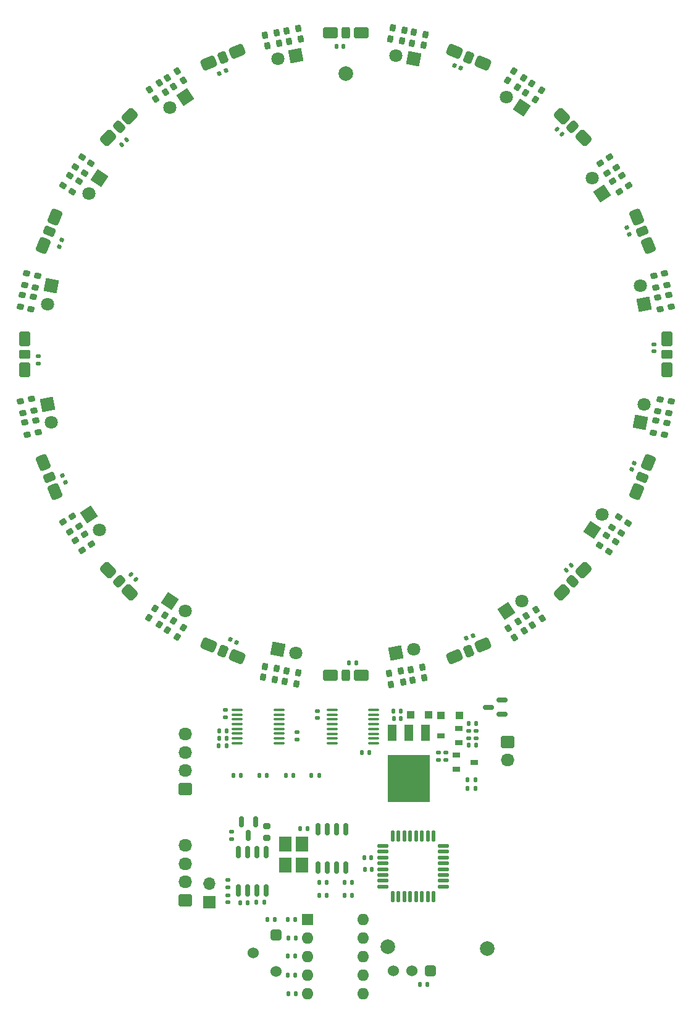
<source format=gbr>
%TF.GenerationSoftware,KiCad,Pcbnew,(6.0.11)*%
%TF.CreationDate,2024-02-10T16:44:09+09:00*%
%TF.ProjectId,IR,49522e6b-6963-4616-945f-706362585858,rev?*%
%TF.SameCoordinates,Original*%
%TF.FileFunction,Soldermask,Bot*%
%TF.FilePolarity,Negative*%
%FSLAX46Y46*%
G04 Gerber Fmt 4.6, Leading zero omitted, Abs format (unit mm)*
G04 Created by KiCad (PCBNEW (6.0.11)) date 2024-02-10 16:44:09*
%MOMM*%
%LPD*%
G01*
G04 APERTURE LIST*
G04 Aperture macros list*
%AMRoundRect*
0 Rectangle with rounded corners*
0 $1 Rounding radius*
0 $2 $3 $4 $5 $6 $7 $8 $9 X,Y pos of 4 corners*
0 Add a 4 corners polygon primitive as box body*
4,1,4,$2,$3,$4,$5,$6,$7,$8,$9,$2,$3,0*
0 Add four circle primitives for the rounded corners*
1,1,$1+$1,$2,$3*
1,1,$1+$1,$4,$5*
1,1,$1+$1,$6,$7*
1,1,$1+$1,$8,$9*
0 Add four rect primitives between the rounded corners*
20,1,$1+$1,$2,$3,$4,$5,0*
20,1,$1+$1,$4,$5,$6,$7,0*
20,1,$1+$1,$6,$7,$8,$9,0*
20,1,$1+$1,$8,$9,$2,$3,0*%
%AMRotRect*
0 Rectangle, with rotation*
0 The origin of the aperture is its center*
0 $1 length*
0 $2 width*
0 $3 Rotation angle, in degrees counterclockwise*
0 Add horizontal line*
21,1,$1,$2,0,0,$3*%
G04 Aperture macros list end*
%ADD10RoundRect,0.400000X0.176777X0.742462X-0.742462X-0.176777X-0.176777X-0.742462X0.742462X0.176777X0*%
%ADD11RoundRect,0.300000X-0.141421X0.565685X-0.565685X0.141421X0.141421X-0.565685X0.565685X-0.141421X0*%
%ADD12RotRect,1.800000X1.800000X33.750000*%
%ADD13C,1.800000*%
%ADD14RotRect,1.800000X1.800000X213.750000*%
%ADD15RoundRect,0.381000X-0.381000X0.381000X-0.381000X-0.381000X0.381000X-0.381000X0.381000X0.381000X0*%
%ADD16C,1.524000*%
%ADD17RotRect,1.800000X1.800000X191.250000*%
%ADD18RotRect,1.800000X1.800000X101.250000*%
%ADD19RotRect,1.800000X1.800000X11.300000*%
%ADD20R,1.600000X1.600000*%
%ADD21O,1.600000X1.600000*%
%ADD22RotRect,1.800000X1.800000X123.750000*%
%ADD23RoundRect,0.400000X-0.176777X-0.742462X0.742462X0.176777X0.176777X0.742462X-0.742462X-0.176777X0*%
%ADD24RoundRect,0.300000X0.141421X-0.565685X0.565685X-0.141421X-0.141421X0.565685X-0.565685X0.141421X0*%
%ADD25RotRect,1.800000X1.800000X326.250000*%
%ADD26RoundRect,0.400000X0.650000X0.400000X-0.650000X0.400000X-0.650000X-0.400000X0.650000X-0.400000X0*%
%ADD27RoundRect,0.300000X0.300000X0.500000X-0.300000X0.500000X-0.300000X-0.500000X0.300000X-0.500000X0*%
%ADD28RotRect,1.800000X1.800000X348.750000*%
%ADD29RotRect,1.800000X1.800000X146.250000*%
%ADD30RotRect,1.800000X1.800000X168.750000*%
%ADD31RotRect,1.800000X1.800000X56.250000*%
%ADD32RoundRect,0.400000X0.742462X-0.176777X-0.176777X0.742462X-0.742462X0.176777X0.176777X-0.742462X0*%
%ADD33RoundRect,0.300000X0.565685X0.141421X0.141421X0.565685X-0.565685X-0.141421X-0.141421X-0.565685X0*%
%ADD34RoundRect,0.400000X0.447448X0.618296X-0.753595X0.120808X-0.447448X-0.618296X0.753595X-0.120808X0*%
%ADD35RoundRect,0.300000X0.085822X0.576745X-0.468506X0.347135X-0.085822X-0.576745X0.468506X-0.347135X0*%
%ADD36RoundRect,0.400000X-0.742462X0.176777X0.176777X-0.742462X0.742462X-0.176777X-0.176777X0.742462X0*%
%ADD37RoundRect,0.300000X-0.565685X-0.141421X-0.141421X-0.565685X0.565685X0.141421X0.141421X0.565685X0*%
%ADD38RotRect,1.800000X1.800000X78.750000*%
%ADD39RoundRect,0.400000X-0.120808X0.753595X-0.618296X-0.447448X0.120808X-0.753595X0.618296X0.447448X0*%
%ADD40RoundRect,0.300000X-0.347135X0.468506X-0.576745X-0.085822X0.347135X-0.468506X0.576745X0.085822X0*%
%ADD41RotRect,1.800000X1.800000X236.250000*%
%ADD42RoundRect,0.400000X0.400000X-0.650000X0.400000X0.650000X-0.400000X0.650000X-0.400000X-0.650000X0*%
%ADD43RoundRect,0.300000X0.500000X-0.300000X0.500000X0.300000X-0.500000X0.300000X-0.500000X-0.300000X0*%
%ADD44RotRect,1.800000X1.800000X281.250000*%
%ADD45RoundRect,0.400000X-0.447448X-0.618296X0.753595X-0.120808X0.447448X0.618296X-0.753595X0.120808X0*%
%ADD46RoundRect,0.300000X-0.085822X-0.576745X0.468506X-0.347135X0.085822X0.576745X-0.468506X0.347135X0*%
%ADD47RotRect,1.800000X1.800000X258.750000*%
%ADD48RoundRect,0.400000X-0.753595X-0.120808X0.447448X-0.618296X0.753595X0.120808X-0.447448X0.618296X0*%
%ADD49RoundRect,0.300000X-0.468506X-0.347135X0.085822X-0.576745X0.468506X0.347135X-0.085822X0.576745X0*%
%ADD50RoundRect,0.400000X-0.400000X0.650000X-0.400000X-0.650000X0.400000X-0.650000X0.400000X0.650000X0*%
%ADD51RoundRect,0.300000X-0.500000X0.300000X-0.500000X-0.300000X0.500000X-0.300000X0.500000X0.300000X0*%
%ADD52RoundRect,0.400000X0.120808X-0.753595X0.618296X0.447448X-0.120808X0.753595X-0.618296X-0.447448X0*%
%ADD53RoundRect,0.300000X0.347135X-0.468506X0.576745X0.085822X-0.347135X0.468506X-0.576745X-0.085822X0*%
%ADD54RoundRect,0.400000X-0.618296X0.447448X-0.120808X-0.753595X0.618296X-0.447448X0.120808X0.753595X0*%
%ADD55RoundRect,0.300000X-0.576745X0.085822X-0.347135X-0.468506X0.576745X-0.085822X0.347135X0.468506X0*%
%ADD56RoundRect,0.400000X-0.650000X-0.400000X0.650000X-0.400000X0.650000X0.400000X-0.650000X0.400000X0*%
%ADD57RoundRect,0.300000X-0.300000X-0.500000X0.300000X-0.500000X0.300000X0.500000X-0.300000X0.500000X0*%
%ADD58RoundRect,0.381000X-0.381000X-0.381000X0.381000X-0.381000X0.381000X0.381000X-0.381000X0.381000X0*%
%ADD59RotRect,1.800000X1.800000X303.750000*%
%ADD60RoundRect,0.400000X0.753595X0.120808X-0.447448X0.618296X-0.753595X-0.120808X0.447448X-0.618296X0*%
%ADD61RoundRect,0.300000X0.468506X0.347135X-0.085822X0.576745X-0.468506X-0.347135X0.085822X-0.576745X0*%
%ADD62R,1.700000X1.700000*%
%ADD63O,1.700000X1.700000*%
%ADD64RoundRect,0.400000X0.618296X-0.447448X0.120808X0.753595X-0.618296X0.447448X-0.120808X-0.753595X0*%
%ADD65RoundRect,0.300000X0.576745X-0.085822X0.347135X0.468506X-0.576745X0.085822X-0.347135X-0.468506X0*%
%ADD66RoundRect,0.140000X0.219203X0.021213X0.021213X0.219203X-0.219203X-0.021213X-0.021213X-0.219203X0*%
%ADD67RoundRect,0.140000X-0.064287X-0.210635X0.194399X-0.103484X0.064287X0.210635X-0.194399X0.103484X0*%
%ADD68RoundRect,0.200000X-0.319076X-0.117540X0.013512X-0.339768X0.319076X0.117540X-0.013512X0.339768X0*%
%ADD69RoundRect,0.140000X0.140000X0.170000X-0.140000X0.170000X-0.140000X-0.170000X0.140000X-0.170000X0*%
%ADD70RoundRect,0.200000X-0.117540X0.319076X-0.339768X-0.013512X0.117540X-0.319076X0.339768X0.013512X0*%
%ADD71RoundRect,0.200000X0.319076X0.117540X-0.013512X0.339768X-0.319076X-0.117540X0.013512X-0.339768X0*%
%ADD72RoundRect,0.140000X-0.210635X0.064287X-0.103484X-0.194399X0.210635X-0.064287X0.103484X0.194399X0*%
%ADD73RoundRect,0.135000X-0.135000X-0.185000X0.135000X-0.185000X0.135000X0.185000X-0.135000X0.185000X0*%
%ADD74RoundRect,0.140000X-0.170000X0.140000X-0.170000X-0.140000X0.170000X-0.140000X0.170000X0.140000X0*%
%ADD75RoundRect,0.200000X-0.339768X0.013512X-0.117540X-0.319076X0.339768X-0.013512X0.117540X0.319076X0*%
%ADD76RoundRect,0.140000X0.194399X0.103484X-0.064287X0.210635X-0.194399X-0.103484X0.064287X-0.210635X0*%
%ADD77RoundRect,0.200000X0.339768X-0.013512X0.117540X0.319076X-0.339768X0.013512X-0.117540X-0.319076X0*%
%ADD78RoundRect,0.200000X0.249807X0.230698X-0.142507X0.308734X-0.249807X-0.230698X0.142507X-0.308734X0*%
%ADD79C,2.000000*%
%ADD80RoundRect,0.200000X0.013512X0.339768X-0.319076X0.117540X-0.013512X-0.339768X0.319076X-0.117540X0*%
%ADD81RoundRect,0.200000X-0.142507X-0.308734X0.249807X-0.230698X0.142507X0.308734X-0.249807X0.230698X0*%
%ADD82RoundRect,0.200000X0.230698X-0.249807X0.308734X0.142507X-0.230698X0.249807X-0.308734X-0.142507X0*%
%ADD83RoundRect,0.250000X0.675000X-0.600000X0.675000X0.600000X-0.675000X0.600000X-0.675000X-0.600000X0*%
%ADD84O,1.850000X1.700000*%
%ADD85RoundRect,0.200000X-0.230698X0.249807X-0.308734X-0.142507X0.230698X-0.249807X0.308734X0.142507X0*%
%ADD86RoundRect,0.200000X0.117540X-0.319076X0.339768X0.013512X-0.117540X0.319076X-0.339768X-0.013512X0*%
%ADD87RoundRect,0.140000X-0.194399X-0.103484X0.064287X-0.210635X0.194399X0.103484X-0.064287X0.210635X0*%
%ADD88RoundRect,0.135000X0.185000X-0.135000X0.185000X0.135000X-0.185000X0.135000X-0.185000X-0.135000X0*%
%ADD89RoundRect,0.135000X0.135000X0.185000X-0.135000X0.185000X-0.135000X-0.185000X0.135000X-0.185000X0*%
%ADD90RoundRect,0.140000X0.103484X-0.194399X0.210635X0.064287X-0.103484X0.194399X-0.210635X-0.064287X0*%
%ADD91R,1.000000X0.700000*%
%ADD92RoundRect,0.200000X0.142507X0.308734X-0.249807X0.230698X-0.142507X-0.308734X0.249807X-0.230698X0*%
%ADD93RoundRect,0.140000X0.064287X0.210635X-0.194399X0.103484X-0.064287X-0.210635X0.194399X-0.103484X0*%
%ADD94R,1.000000X1.000000*%
%ADD95RoundRect,0.200000X-0.308734X0.142507X-0.230698X-0.249807X0.308734X-0.142507X0.230698X0.249807X0*%
%ADD96RoundRect,0.140000X0.210635X-0.064287X0.103484X0.194399X-0.210635X0.064287X-0.103484X-0.194399X0*%
%ADD97RoundRect,0.140000X0.170000X-0.140000X0.170000X0.140000X-0.170000X0.140000X-0.170000X-0.140000X0*%
%ADD98RoundRect,0.140000X-0.021213X0.219203X-0.219203X0.021213X0.021213X-0.219203X0.219203X-0.021213X0*%
%ADD99RoundRect,0.200000X0.308734X-0.142507X0.230698X0.249807X-0.308734X0.142507X-0.230698X-0.249807X0*%
%ADD100RoundRect,0.200000X-0.275000X0.200000X-0.275000X-0.200000X0.275000X-0.200000X0.275000X0.200000X0*%
%ADD101RoundRect,0.135000X-0.185000X0.135000X-0.185000X-0.135000X0.185000X-0.135000X0.185000X0.135000X0*%
%ADD102RoundRect,0.200000X-0.013512X-0.339768X0.319076X-0.117540X0.013512X0.339768X-0.319076X0.117540X0*%
%ADD103RoundRect,0.150000X-0.150000X0.675000X-0.150000X-0.675000X0.150000X-0.675000X0.150000X0.675000X0*%
%ADD104R,1.800000X2.100000*%
%ADD105RoundRect,0.250000X-0.675000X0.600000X-0.675000X-0.600000X0.675000X-0.600000X0.675000X0.600000X0*%
%ADD106RoundRect,0.100000X0.637500X0.100000X-0.637500X0.100000X-0.637500X-0.100000X0.637500X-0.100000X0*%
%ADD107RoundRect,0.140000X-0.219203X-0.021213X-0.021213X-0.219203X0.219203X0.021213X0.021213X0.219203X0*%
%ADD108RoundRect,0.140000X-0.140000X-0.170000X0.140000X-0.170000X0.140000X0.170000X-0.140000X0.170000X0*%
%ADD109RoundRect,0.150000X-0.150000X0.587500X-0.150000X-0.587500X0.150000X-0.587500X0.150000X0.587500X0*%
%ADD110RoundRect,0.200000X-0.249807X-0.230698X0.142507X-0.308734X0.249807X0.230698X-0.142507X0.308734X0*%
%ADD111RoundRect,0.140000X-0.103484X0.194399X-0.210635X-0.064287X0.103484X-0.194399X0.210635X0.064287X0*%
%ADD112RoundRect,0.125000X-0.625000X-0.125000X0.625000X-0.125000X0.625000X0.125000X-0.625000X0.125000X0*%
%ADD113RoundRect,0.125000X-0.125000X-0.625000X0.125000X-0.625000X0.125000X0.625000X-0.125000X0.625000X0*%
%ADD114R,1.200000X2.200000*%
%ADD115R,5.800000X6.400000*%
%ADD116RoundRect,0.140000X0.021213X-0.219203X0.219203X-0.021213X-0.021213X0.219203X-0.219203X0.021213X0*%
%ADD117RoundRect,0.150000X0.587500X0.150000X-0.587500X0.150000X-0.587500X-0.150000X0.587500X-0.150000X0*%
G04 APERTURE END LIST*
D10*
%TO.C,U12*%
X107856369Y-46655723D03*
D11*
X106357303Y-48154789D03*
D10*
X104858237Y-49653855D03*
%TD*%
D12*
%TO.C,D13*%
X159447981Y-114445752D03*
D13*
X161559914Y-113034604D03*
%TD*%
D14*
%TO.C,D21*%
X115492026Y-44089183D03*
D13*
X113380093Y-45500331D03*
%TD*%
D15*
%TO.C,SW2*%
X149110000Y-163669999D03*
D16*
X146570000Y-163669999D03*
X144030000Y-163669999D03*
%TD*%
D17*
%TO.C,D20*%
X130627159Y-38356325D03*
D13*
X128135964Y-38851854D03*
%TD*%
D18*
%TO.C,D16*%
X178381128Y-72424600D03*
D13*
X177885599Y-69933405D03*
%TD*%
D19*
%TO.C,D12*%
X144310896Y-120180090D03*
D13*
X146801657Y-119682387D03*
%TD*%
D20*
%TO.C,SW1*%
X132235000Y-156684999D03*
D21*
X132235000Y-159224999D03*
X132235000Y-161764999D03*
X132235000Y-164304999D03*
X132235000Y-166844999D03*
X139855000Y-166844999D03*
X139855000Y-164304999D03*
X139855000Y-161764999D03*
X139855000Y-159224999D03*
X139855000Y-156684999D03*
%TD*%
D22*
%TO.C,D17*%
X172648310Y-57289473D03*
D13*
X171237162Y-55177540D03*
%TD*%
D23*
%TO.C,U3*%
X167083638Y-111879212D03*
D24*
X168582704Y-110380146D03*
D23*
X170081770Y-108881080D03*
%TD*%
D25*
%TO.C,D26*%
X113380098Y-113034604D03*
D13*
X115492031Y-114445752D03*
%TD*%
D26*
%TO.C,U10*%
X139590006Y-35267449D03*
D27*
X137470006Y-35267449D03*
D26*
X135350006Y-35267449D03*
%TD*%
D28*
%TO.C,D27*%
X128135964Y-119683040D03*
D13*
X130627159Y-120178569D03*
%TD*%
D29*
%TO.C,D18*%
X161559914Y-45500293D03*
D13*
X159447981Y-44089145D03*
%TD*%
D30*
%TO.C,D19*%
X146804048Y-38851854D03*
D13*
X144312853Y-38356325D03*
%TD*%
D31*
%TO.C,D14*%
X171237162Y-103357356D03*
D13*
X172648310Y-101245423D03*
%TD*%
D32*
%TO.C,U8*%
X170081769Y-49653817D03*
D33*
X168582703Y-48154751D03*
D32*
X167083637Y-46655685D03*
%TD*%
D34*
%TO.C,U11*%
X122590560Y-37805462D03*
D35*
X120631935Y-38616751D03*
D34*
X118673310Y-39428040D03*
%TD*%
D36*
%TO.C,U16*%
X104858242Y-108881080D03*
D37*
X106357308Y-110380146D03*
D36*
X107856374Y-111879212D03*
%TD*%
D38*
%TO.C,D15*%
X177885599Y-88601491D03*
D13*
X178381128Y-86110296D03*
%TD*%
D39*
%TO.C,U13*%
X97630590Y-60470791D03*
D40*
X96819301Y-62429416D03*
D39*
X96008012Y-64388041D03*
%TD*%
D41*
%TO.C,D22*%
X103702845Y-55177580D03*
D13*
X102291697Y-57289513D03*
%TD*%
D42*
%TO.C,U6*%
X181470005Y-81387449D03*
D43*
X181470005Y-79267449D03*
D42*
X181470005Y-77147449D03*
%TD*%
D44*
%TO.C,D24*%
X96558879Y-86110335D03*
D13*
X97054408Y-88601530D03*
%TD*%
D45*
%TO.C,U2*%
X152349452Y-120729436D03*
D46*
X154308077Y-119918147D03*
D45*
X156266702Y-119106858D03*
%TD*%
D47*
%TO.C,D23*%
X97054408Y-69933445D03*
D13*
X96558879Y-72424640D03*
%TD*%
D48*
%TO.C,U17*%
X118673310Y-119106858D03*
D49*
X120631935Y-119918147D03*
D48*
X122590560Y-120729436D03*
%TD*%
D50*
%TO.C,U14*%
X93470001Y-77147486D03*
D51*
X93470001Y-79267486D03*
D50*
X93470001Y-81387486D03*
%TD*%
D52*
%TO.C,U4*%
X177309416Y-98064144D03*
D53*
X178120705Y-96105519D03*
D52*
X178931994Y-94146894D03*
%TD*%
D54*
%TO.C,U15*%
X96008019Y-94146894D03*
D55*
X96819308Y-96105519D03*
D54*
X97630597Y-98064144D03*
%TD*%
D56*
%TO.C,U1*%
X135350006Y-123267448D03*
D57*
X137470006Y-123267448D03*
D56*
X139590006Y-123267448D03*
%TD*%
D58*
%TO.C,SW3*%
X127930000Y-158779999D03*
D16*
X124730000Y-161279999D03*
X127930000Y-163779999D03*
%TD*%
D59*
%TO.C,D25*%
X102291702Y-101245423D03*
D13*
X103702850Y-103357356D03*
%TD*%
D60*
%TO.C,U9*%
X156266702Y-39428040D03*
D61*
X154308077Y-38616751D03*
D60*
X152349452Y-37805462D03*
%TD*%
D62*
%TO.C,JP1*%
X118745000Y-154309999D03*
D63*
X118745000Y-151769999D03*
%TD*%
D64*
%TO.C,U7*%
X178931994Y-64388003D03*
D65*
X178120705Y-62429378D03*
D64*
X177309416Y-60470753D03*
%TD*%
D66*
%TO.C,C21*%
X108659411Y-110109410D03*
X107980589Y-109430588D03*
%TD*%
D67*
%TO.C,C16*%
X120126538Y-40813687D03*
X121013462Y-40446311D03*
%TD*%
D68*
%TO.C,R57*%
X162944038Y-42201654D03*
X164315962Y-43118344D03*
%TD*%
D69*
%TO.C,C25*%
X140960000Y-148209999D03*
X140000000Y-148209999D03*
%TD*%
D70*
%TO.C,R41*%
X174458345Y-104904037D03*
X173541655Y-106275961D03*
%TD*%
D71*
%TO.C,R89*%
X111871552Y-116291634D03*
X110499628Y-115374944D03*
%TD*%
D72*
%TO.C,C10*%
X175956312Y-61936537D03*
X176323688Y-62823461D03*
%TD*%
D73*
%TO.C,R104*%
X120080000Y-131879999D03*
X121100000Y-131879999D03*
%TD*%
%TO.C,R12*%
X133820001Y-153359999D03*
X134840001Y-153359999D03*
%TD*%
D74*
%TO.C,C31*%
X120960000Y-128015999D03*
X120960000Y-128975999D03*
%TD*%
D75*
%TO.C,R60*%
X174061655Y-55614037D03*
X174978345Y-56985961D03*
%TD*%
D76*
%TO.C,C22*%
X122503462Y-118713687D03*
X121616538Y-118346311D03*
%TD*%
D77*
%TO.C,R68*%
X173308711Y-54505329D03*
X172392021Y-53133405D03*
%TD*%
D78*
%TO.C,R70*%
X145191313Y-36401277D03*
X143573017Y-36079377D03*
%TD*%
D79*
%TO.C,TP1*%
X137430000Y-40819999D03*
%TD*%
D80*
%TO.C,R40*%
X161915962Y-117151654D03*
X160544038Y-118068344D03*
%TD*%
D74*
%TO.C,C29*%
X121295000Y-153379999D03*
X121295000Y-154339999D03*
%TD*%
D73*
%TO.C,R8*%
X154290000Y-129849999D03*
X155310000Y-129849999D03*
%TD*%
D70*
%TO.C,R45*%
X173218345Y-104064037D03*
X172301655Y-105435961D03*
%TD*%
D81*
%TO.C,R47*%
X146620852Y-123890949D03*
X148239148Y-123569049D03*
%TD*%
D82*
%TO.C,R78*%
X94899050Y-70129147D03*
X95220950Y-68510851D03*
%TD*%
D68*
%TO.C,R61*%
X162120034Y-43449174D03*
X163491958Y-44365864D03*
%TD*%
D83*
%TO.C,J4*%
X115470000Y-154029999D03*
D84*
X115470000Y-151529999D03*
X115470000Y-149029999D03*
X115470000Y-146529999D03*
%TD*%
D85*
%TO.C,R42*%
X181460950Y-88690851D03*
X181139050Y-90309147D03*
%TD*%
D68*
%TO.C,R101*%
X113814038Y-115781654D03*
X115185962Y-116698344D03*
%TD*%
D86*
%TO.C,R73*%
X100368365Y-53671552D03*
X101285055Y-52299628D03*
%TD*%
D87*
%TO.C,C12*%
X152370000Y-39739999D03*
X153256924Y-40107375D03*
%TD*%
D88*
%TO.C,R38*%
X121300000Y-152259999D03*
X121300000Y-151239999D03*
%TD*%
D89*
%TO.C,R10*%
X127750000Y-156649999D03*
X126730000Y-156649999D03*
%TD*%
D90*
%TO.C,C18*%
X98196312Y-64533461D03*
X98563688Y-63646537D03*
%TD*%
D73*
%TO.C,R109*%
X132770001Y-136939998D03*
X133790001Y-136939998D03*
%TD*%
D75*
%TO.C,R56*%
X175305933Y-54794459D03*
X176222623Y-56166383D03*
%TD*%
D88*
%TO.C,R35*%
X121820000Y-145694999D03*
X121820000Y-144674999D03*
%TD*%
D73*
%TO.C,R105*%
X120070000Y-132879999D03*
X121090000Y-132879999D03*
%TD*%
D91*
%TO.C,Q3*%
X152940000Y-130549999D03*
X152940000Y-132449999D03*
X150540000Y-131499999D03*
%TD*%
D78*
%TO.C,R66*%
X145499148Y-34920949D03*
X143880852Y-34599049D03*
%TD*%
D71*
%TO.C,R65*%
X161840000Y-41449999D03*
X160468076Y-40533309D03*
%TD*%
D73*
%TO.C,R17*%
X144020000Y-128159999D03*
X145040000Y-128159999D03*
%TD*%
D92*
%TO.C,R79*%
X128019148Y-35276345D03*
X126400852Y-35598245D03*
%TD*%
D93*
%TO.C,C4*%
X154883462Y-117796311D03*
X153996538Y-118163687D03*
%TD*%
D79*
%TO.C,TP3*%
X156820000Y-160619999D03*
%TD*%
D94*
%TO.C,D1*%
X150520000Y-128704999D03*
X153020000Y-128704999D03*
%TD*%
D73*
%TO.C,R9*%
X129560000Y-166859999D03*
X130580000Y-166859999D03*
%TD*%
D80*
%TO.C,R44*%
X161085962Y-115891654D03*
X159714038Y-116808344D03*
%TD*%
D95*
%TO.C,R95*%
X93479050Y-88640851D03*
X93800950Y-90259147D03*
%TD*%
D96*
%TO.C,C20*%
X99003688Y-96803461D03*
X98636312Y-95916537D03*
%TD*%
D97*
%TO.C,C1*%
X154350000Y-131829999D03*
X154350000Y-130869999D03*
%TD*%
D98*
%TO.C,C5*%
X168399411Y-108200588D03*
X167720589Y-108879410D03*
%TD*%
D99*
%TO.C,R87*%
X93215680Y-87316790D03*
X92893780Y-85698494D03*
%TD*%
D100*
%TO.C,R34*%
X126620000Y-143859999D03*
X126620000Y-145509999D03*
%TD*%
D82*
%TO.C,R54*%
X180259496Y-87072475D03*
X180581396Y-85454179D03*
%TD*%
D73*
%TO.C,R106*%
X122080000Y-136949999D03*
X123100000Y-136949999D03*
%TD*%
D85*
%TO.C,R82*%
X93145679Y-71143204D03*
X92823779Y-72761500D03*
%TD*%
D82*
%TO.C,R74*%
X93409050Y-69819147D03*
X93730950Y-68200851D03*
%TD*%
D85*
%TO.C,R46*%
X179980950Y-88390851D03*
X179659050Y-90009147D03*
%TD*%
D73*
%TO.C,R15*%
X133810000Y-151609999D03*
X134830000Y-151609999D03*
%TD*%
D94*
%TO.C,D2*%
X148840000Y-128679999D03*
X146340000Y-128679999D03*
%TD*%
D101*
%TO.C,R11*%
X151180001Y-133819996D03*
X151180001Y-134839996D03*
%TD*%
D75*
%TO.C,R100*%
X101631655Y-103934037D03*
X102548345Y-105305961D03*
%TD*%
D91*
%TO.C,Q1*%
X152650000Y-136089999D03*
X152650000Y-134189999D03*
X155050000Y-135139999D03*
%TD*%
D73*
%TO.C,R1*%
X154300000Y-132779999D03*
X155320000Y-132779999D03*
%TD*%
D69*
%TO.C,C8*%
X145010000Y-129170000D03*
X144050000Y-129170000D03*
%TD*%
D89*
%TO.C,R13*%
X138330000Y-151609999D03*
X137310000Y-151609999D03*
%TD*%
D74*
%TO.C,C30*%
X133570000Y-128119999D03*
X133570000Y-129079999D03*
%TD*%
D102*
%TO.C,R52*%
X162192160Y-115138344D03*
X163564084Y-114221654D03*
%TD*%
D73*
%TO.C,R3*%
X129560000Y-159239999D03*
X130580000Y-159239999D03*
%TD*%
%TO.C,R2*%
X129535000Y-156689999D03*
X130555000Y-156689999D03*
%TD*%
D103*
%TO.C,U22*%
X133645000Y-144324999D03*
X134915000Y-144324999D03*
X136185000Y-144324999D03*
X137455000Y-144324999D03*
X137455000Y-149574999D03*
X136185000Y-149574999D03*
X134915000Y-149574999D03*
X133645000Y-149574999D03*
%TD*%
D71*
%TO.C,R69*%
X160997548Y-42699153D03*
X159625624Y-41782463D03*
%TD*%
D69*
%TO.C,C26*%
X141020000Y-149789999D03*
X140060000Y-149789999D03*
%TD*%
D74*
%TO.C,C9*%
X179700000Y-77919999D03*
X179700000Y-78879999D03*
%TD*%
D102*
%TO.C,R76*%
X113849049Y-42667034D03*
X115220973Y-41750344D03*
%TD*%
D71*
%TO.C,R93*%
X112691552Y-115031632D03*
X111319628Y-114114942D03*
%TD*%
D83*
%TO.C,J3*%
X115470000Y-138779999D03*
D84*
X115470000Y-136279999D03*
X115470000Y-133779999D03*
X115470000Y-131279999D03*
%TD*%
D89*
%TO.C,R6*%
X148675000Y-165589999D03*
X147655000Y-165589999D03*
%TD*%
D104*
%TO.C,Y1*%
X131490000Y-146339999D03*
X131490000Y-149239999D03*
X129190000Y-149239999D03*
X129190000Y-146339999D03*
%TD*%
D105*
%TO.C,J1*%
X159620000Y-132359999D03*
D84*
X159620000Y-134859999D03*
%TD*%
D106*
%TO.C,U19*%
X128322500Y-127970999D03*
X128322500Y-128620999D03*
X128322500Y-129270999D03*
X128322500Y-129920999D03*
X128322500Y-130570999D03*
X128322500Y-131220999D03*
X128322500Y-131870999D03*
X128322500Y-132520999D03*
X122597500Y-132520999D03*
X122597500Y-131870999D03*
X122597500Y-131220999D03*
X122597500Y-130570999D03*
X122597500Y-129920999D03*
X122597500Y-129270999D03*
X122597500Y-128620999D03*
X122597500Y-127970999D03*
%TD*%
D107*
%TO.C,C11*%
X166400589Y-48510588D03*
X167079411Y-49189410D03*
%TD*%
D70*
%TO.C,R81*%
X99618345Y-54794037D03*
X98701655Y-56165961D03*
%TD*%
D95*
%TO.C,R59*%
X180269050Y-71460851D03*
X180590950Y-73079147D03*
%TD*%
D102*
%TO.C,R48*%
X163024038Y-116398344D03*
X164395962Y-115481654D03*
%TD*%
D85*
%TO.C,R86*%
X94635678Y-71453207D03*
X94313778Y-73071503D03*
%TD*%
D108*
%TO.C,C15*%
X136200000Y-37089999D03*
X137160000Y-37089999D03*
%TD*%
D89*
%TO.C,R14*%
X138320000Y-153359999D03*
X137300000Y-153359999D03*
%TD*%
D73*
%TO.C,R7*%
X129540000Y-164329999D03*
X130560000Y-164329999D03*
%TD*%
D80*
%TO.C,R84*%
X112726561Y-43417054D03*
X111354637Y-44333744D03*
%TD*%
D74*
%TO.C,C7*%
X150180000Y-133849999D03*
X150180000Y-134809999D03*
%TD*%
D99*
%TO.C,R67*%
X180002474Y-70131540D03*
X179680574Y-68513244D03*
%TD*%
D68*
%TO.C,R97*%
X112994038Y-117041654D03*
X114365962Y-117958344D03*
%TD*%
D106*
%TO.C,U18*%
X141302500Y-127984999D03*
X141302500Y-128634999D03*
X141302500Y-129284999D03*
X141302500Y-129934999D03*
X141302500Y-130584999D03*
X141302500Y-131234999D03*
X141302500Y-131884999D03*
X141302500Y-132534999D03*
X135577500Y-132534999D03*
X135577500Y-131884999D03*
X135577500Y-131234999D03*
X135577500Y-130584999D03*
X135577500Y-129934999D03*
X135577500Y-129284999D03*
X135577500Y-128634999D03*
X135577500Y-127984999D03*
%TD*%
D75*
%TO.C,R96*%
X100401655Y-104754037D03*
X101318345Y-106125961D03*
%TD*%
D70*
%TO.C,R85*%
X100868345Y-55624037D03*
X99951655Y-56995961D03*
%TD*%
D89*
%TO.C,R32*%
X140710000Y-133779999D03*
X139690000Y-133779999D03*
%TD*%
D109*
%TO.C,Q12*%
X123170000Y-143297499D03*
X125070000Y-143297499D03*
X124120000Y-145172499D03*
%TD*%
D81*
%TO.C,R75*%
X129650852Y-36470949D03*
X131269148Y-36149049D03*
%TD*%
D97*
%TO.C,C19*%
X95310000Y-80519999D03*
X95310000Y-79559999D03*
%TD*%
D78*
%TO.C,R90*%
X127724436Y-123830407D03*
X126106140Y-123508507D03*
%TD*%
D110*
%TO.C,R98*%
X129048496Y-124093777D03*
X130666792Y-124415677D03*
%TD*%
D111*
%TO.C,C6*%
X177013688Y-94176537D03*
X176646312Y-95063461D03*
%TD*%
D112*
%TO.C,U20*%
X142535000Y-152179999D03*
X142535000Y-151379999D03*
X142535000Y-150579999D03*
X142535000Y-149779999D03*
X142535000Y-148979999D03*
X142535000Y-148179999D03*
X142535000Y-147379999D03*
X142535000Y-146579999D03*
D113*
X143910000Y-145204999D03*
X144710000Y-145204999D03*
X145510000Y-145204999D03*
X146310000Y-145204999D03*
X147110000Y-145204999D03*
X147910000Y-145204999D03*
X148710000Y-145204999D03*
X149510000Y-145204999D03*
D112*
X150885000Y-146579999D03*
X150885000Y-147379999D03*
X150885000Y-148179999D03*
X150885000Y-148979999D03*
X150885000Y-149779999D03*
X150885000Y-150579999D03*
X150885000Y-151379999D03*
X150885000Y-152179999D03*
D113*
X149510000Y-153554999D03*
X148710000Y-153554999D03*
X147910000Y-153554999D03*
X147110000Y-153554999D03*
X146310000Y-153554999D03*
X145510000Y-153554999D03*
X144710000Y-153554999D03*
X143910000Y-153554999D03*
%TD*%
D88*
%TO.C,R4*%
X155375000Y-131834999D03*
X155375000Y-130814999D03*
%TD*%
D89*
%TO.C,R37*%
X123980000Y-154360000D03*
X122960000Y-154360000D03*
%TD*%
D110*
%TO.C,R58*%
X146811704Y-35198099D03*
X148430000Y-35519999D03*
%TD*%
D78*
%TO.C,R94*%
X128016792Y-122335677D03*
X126398496Y-122013777D03*
%TD*%
D69*
%TO.C,C3*%
X138890000Y-121499999D03*
X137930000Y-121499999D03*
%TD*%
%TO.C,C23*%
X132200000Y-144199999D03*
X131240000Y-144199999D03*
%TD*%
D89*
%TO.C,R31*%
X155210000Y-138719999D03*
X154190000Y-138719999D03*
%TD*%
D86*
%TO.C,R77*%
X101618368Y-54501553D03*
X102535058Y-53129629D03*
%TD*%
D77*
%TO.C,R88*%
X99651635Y-103631552D03*
X98734945Y-102259628D03*
%TD*%
D114*
%TO.C,U5*%
X143840000Y-131109999D03*
X146120000Y-131109999D03*
D115*
X146120000Y-137409999D03*
D114*
X148400000Y-131109999D03*
%TD*%
D80*
%TO.C,R80*%
X111891551Y-42158363D03*
X110519627Y-43075053D03*
%TD*%
D95*
%TO.C,R99*%
X94964318Y-88313208D03*
X95286218Y-89931504D03*
%TD*%
D110*
%TO.C,R62*%
X146520852Y-36669049D03*
X148139148Y-36990949D03*
%TD*%
D81*
%TO.C,R51*%
X146360852Y-122430949D03*
X147979148Y-122109049D03*
%TD*%
%TO.C,R71*%
X129352967Y-35012977D03*
X130971263Y-34691077D03*
%TD*%
D77*
%TO.C,R92*%
X100881634Y-102811550D03*
X99964944Y-101439626D03*
%TD*%
D82*
%TO.C,R50*%
X181729050Y-87369147D03*
X182050950Y-85750851D03*
%TD*%
D99*
%TO.C,R91*%
X94700950Y-86989147D03*
X94379050Y-85370851D03*
%TD*%
D116*
%TO.C,C17*%
X106700589Y-50589410D03*
X107379411Y-49910588D03*
%TD*%
D92*
%TO.C,R43*%
X145019148Y-122679049D03*
X143400852Y-123000949D03*
%TD*%
D73*
%TO.C,R103*%
X120090000Y-130879999D03*
X121110000Y-130879999D03*
%TD*%
D95*
%TO.C,R55*%
X181738100Y-71161703D03*
X182060000Y-72779999D03*
%TD*%
D102*
%TO.C,R72*%
X113014038Y-41408344D03*
X114385962Y-40491654D03*
%TD*%
D89*
%TO.C,R28*%
X155210000Y-137549999D03*
X154190000Y-137549999D03*
%TD*%
%TO.C,R36*%
X126254999Y-154334998D03*
X125234999Y-154334998D03*
%TD*%
D92*
%TO.C,R83*%
X128326552Y-36744319D03*
X126708256Y-37066219D03*
%TD*%
%TO.C,R39*%
X145309148Y-124139049D03*
X143690852Y-124460949D03*
%TD*%
D99*
%TO.C,R63*%
X181470950Y-69839147D03*
X181149050Y-68220851D03*
%TD*%
D77*
%TO.C,R64*%
X174560000Y-53679999D03*
X173643310Y-52308075D03*
%TD*%
D86*
%TO.C,R53*%
X173951655Y-102965961D03*
X174868345Y-101594037D03*
%TD*%
D73*
%TO.C,R108*%
X129220001Y-136939998D03*
X130240001Y-136939998D03*
%TD*%
D110*
%TO.C,R102*%
X129340852Y-122599049D03*
X130959148Y-122920949D03*
%TD*%
D86*
%TO.C,R49*%
X175211655Y-103785961D03*
X176128345Y-102414037D03*
%TD*%
D79*
%TO.C,TP2*%
X143200000Y-160419999D03*
%TD*%
D88*
%TO.C,R33*%
X130820000Y-132029999D03*
X130820000Y-131009999D03*
%TD*%
D117*
%TO.C,Q2*%
X158907500Y-126659999D03*
X158907500Y-128559999D03*
X157032500Y-127609999D03*
%TD*%
D103*
%TO.C,U21*%
X122714999Y-147434999D03*
X123984999Y-147434999D03*
X125254999Y-147434999D03*
X126524999Y-147434999D03*
X126524999Y-152684999D03*
X125254999Y-152684999D03*
X123984999Y-152684999D03*
X122714999Y-152684999D03*
%TD*%
D73*
%TO.C,R5*%
X129540000Y-161699999D03*
X130560000Y-161699999D03*
%TD*%
%TO.C,R107*%
X125640000Y-136939999D03*
X126660000Y-136939999D03*
%TD*%
M02*

</source>
